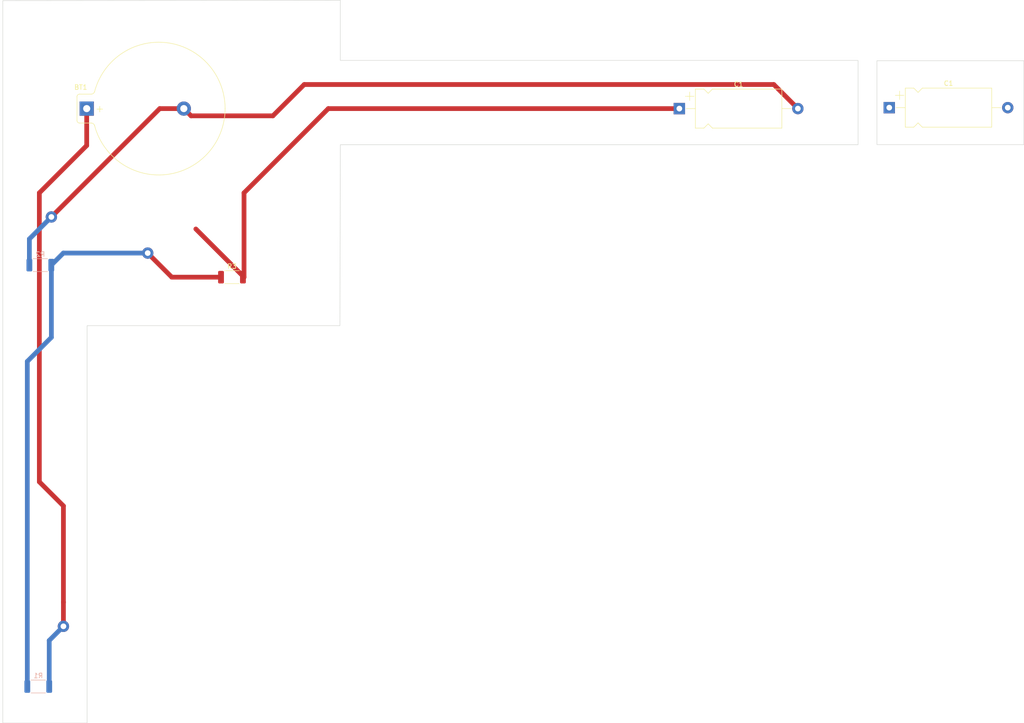
<source format=kicad_pcb>
(kicad_pcb (version 20221018) (generator pcbnew)
  (layers (0 "F.Cu" signal) (31 "B.Cu" signal) (34 "B.Paste" user) (35 "F.Paste" user) (36 "B.SilkS" user "B.Silkscreen") (37 "F.SilkS" user "F.Silkscreen") (38 "B.Mask" user) (39 "F.Mask" user) (44 "Edge.Cuts" user))
  (net 0 "")
  (net 1 "Net-(BT1-Pad1)")
  (net 2 "Net-(BT1-Pad2)")
  (net 3 "Net-(C1-Pad1)")
  (net 4 "Net-(R1-Pad2)")
  (footprint "Capacitor_THT:CP_Axial_L18.0mm_D8.0mm_P25.00mm_Horizontal" (layer "F.Cu") (at 185.82 50.8)
    (fp_text reference "C1" (at 12.5 -5.12) (layer "F.SilkS"))
    (fp_text value "C")
    (fp_line (start 1.28 -2.6) (end 3.08 -2.6) (stroke (width 0.12)) (layer "F.SilkS"))
    (fp_line (start 1.44 0) (end 3.38 0) (stroke (width 0.12)) (layer "F.SilkS"))
    (fp_line (start 2.18 -3.5) (end 2.18 -1.7) (stroke (width 0.12)) (layer "F.SilkS"))
    (fp_line (start 3.38 -4.12) (end 3.38 4.12) (stroke (width 0.12)) (layer "F.SilkS"))
    (fp_line (start 3.38 -4.12) (end 5.18 -4.12) (stroke (width 0.12)) (layer "F.SilkS"))
    (fp_line (start 3.38 4.12) (end 5.18 4.12) (stroke (width 0.12)) (layer "F.SilkS"))
    (fp_line (start 5.18 -4.12) (end 6.08 -3.22) (stroke (width 0.12)) (layer "F.SilkS"))
    (fp_line (start 5.18 4.12) (end 6.08 3.22) (stroke (width 0.12)) (layer "F.SilkS"))
    (fp_line (start 6.08 -3.22) (end 6.98 -4.12) (stroke (width 0.12)) (layer "F.SilkS"))
    (fp_line (start 6.08 3.22) (end 6.98 4.12) (stroke (width 0.12)) (layer "F.SilkS"))
    (fp_line (start 6.98 -4.12) (end 21.62 -4.12) (stroke (width 0.12)) (layer "F.SilkS"))
    (fp_line (start 6.98 4.12) (end 21.62 4.12) (stroke (width 0.12)) (layer "F.SilkS"))
    (fp_line (start 21.62 -4.12) (end 21.62 4.12) (stroke (width 0.12)) (layer "F.SilkS"))
    (fp_line (start 23.56 0) (end 21.62 0) (stroke (width 0.12)) (layer "F.SilkS"))
    (pad "1" thru_hole rect (at 0 0) (size 2.4 2.4) (drill 1.2) (layers "*.Cu" "*.Mask") (net 3 "Net-(C1-Pad1)"))
    (pad "2" thru_hole oval (at 25 0) (size 2.4 2.4) (drill 1.2) (layers "*.Cu" "*.Mask") (net 2 "Net-(BT1-Pad2)"))
  )
  (footprint "Capacitor_THT:CP_Axial_L18.0mm_D8.0mm_P25.00mm_Horizontal" (layer "F.Cu") (at 230.1 50.6)
    (fp_text reference "C1" (at 12.5 -5.12) (layer "F.SilkS"))
    (fp_text value "C")
    (fp_line (start 1.28 -2.6) (end 3.08 -2.6) (stroke (width 0.12)) (layer "F.SilkS"))
    (fp_line (start 1.44 0) (end 3.38 0) (stroke (width 0.12)) (layer "F.SilkS"))
    (fp_line (start 2.18 -3.5) (end 2.18 -1.7) (stroke (width 0.12)) (layer "F.SilkS"))
    (fp_line (start 3.38 -4.12) (end 3.38 4.12) (stroke (width 0.12)) (layer "F.SilkS"))
    (fp_line (start 3.38 -4.12) (end 5.18 -4.12) (stroke (width 0.12)) (layer "F.SilkS"))
    (fp_line (start 3.38 4.12) (end 5.18 4.12) (stroke (width 0.12)) (layer "F.SilkS"))
    (fp_line (start 5.18 -4.12) (end 6.08 -3.22) (stroke (width 0.12)) (layer "F.SilkS"))
    (fp_line (start 5.18 4.12) (end 6.08 3.22) (stroke (width 0.12)) (layer "F.SilkS"))
    (fp_line (start 6.08 -3.22) (end 6.98 -4.12) (stroke (width 0.12)) (layer "F.SilkS"))
    (fp_line (start 6.08 3.22) (end 6.98 4.12) (stroke (width 0.12)) (layer "F.SilkS"))
    (fp_line (start 6.98 -4.12) (end 21.62 -4.12) (stroke (width 0.12)) (layer "F.SilkS"))
    (fp_line (start 6.98 4.12) (end 21.62 4.12) (stroke (width 0.12)) (layer "F.SilkS"))
    (fp_line (start 21.62 -4.12) (end 21.62 4.12) (stroke (width 0.12)) (layer "F.SilkS"))
    (fp_line (start 23.56 0) (end 21.62 0) (stroke (width 0.12)) (layer "F.SilkS"))
    (pad "1" thru_hole rect (at 0 0) (size 2.4 2.4) (drill 1.2) (layers "*.Cu" "*.Mask"))
    (pad "2" thru_hole oval (at 25 0) (size 2.4 2.4) (drill 1.2) (layers "*.Cu" "*.Mask"))
  )
  (footprint "Resistor_SMD:R_2010_5025Metric" (layer "F.Cu") (at 91.44 86.36)
    (fp_text reference "R3" (at 0 -2.28) (layer "F.SilkS"))
    (fp_text value "R")
    (fp_line (start -1.527064 -1.36) (end 1.527064 -1.36) (stroke (width 0.12)) (layer "F.SilkS"))
    (fp_line (start -1.527064 1.36) (end 1.527064 1.36) (stroke (width 0.12)) (layer "F.SilkS"))
    (pad "1" smd roundrect (at -2.3125 0) (size 1.225 2.65) (layers "F.Cu" "F.Paste" "F.Mask") (roundrect_rratio 0.204082) (net 4 "Net-(R1-Pad2)"))
    (pad "2" smd roundrect (at 2.3125 0) (size 1.225 2.65) (layers "F.Cu" "F.Paste" "F.Mask") (roundrect_rratio 0.204082) (net 3 "Net-(C1-Pad1)"))
  )
  (footprint "Battery:BatteryHolder_Keystone_105_1x2430" (layer "F.Cu") (at 60.79 50.8)
    (fp_text reference "BT1" (at -1.25 -4.5) (layer "F.SilkS"))
    (fp_text value "Battery_Cell")
    (fp_text user "+" (at 2.75 0) (layer "F.SilkS") (effects (font (size 1.5 1.5))))
    (fp_line (start -2.05 -2.5) (end -2.05 2.5) (stroke (width 0.12)) (layer "F.SilkS"))
    (fp_line (start -1.5 3.05) (end 0.95 3.05) (stroke (width 0.12)) (layer "F.SilkS"))
    (fp_line (start 0.95 -3.05) (end -1.5 -3.05) (stroke (width 0.12)) (layer "F.SilkS"))
    (fp_arc (start -2.05 -2.5) (mid -1.888909 -2.888909) (end -1.5 -3.05) (stroke (width 0.12)) (layer "F.SilkS"))
    (fp_arc (start -1.5 3.05) (mid -1.888909 2.888909) (end -2.05 2.5) (stroke (width 0.12)) (layer "F.SilkS"))
    (fp_arc (start 0.95 3.05) (mid 1.380182 3.185636) (end 1.654769 3.543485) (stroke (width 0.12)) (layer "F.SilkS"))
    (fp_arc (start 1.65 -3.52) (mid 16.981862 -13.885887) (end 29.199738 0.015231) (stroke (width 0.12)) (layer "F.SilkS"))
    (fp_arc (start 1.654769 -3.543485) (mid 1.380182 -3.185636) (end 0.95 -3.05) (stroke (width 0.12)) (layer "F.SilkS"))
    (fp_arc (start 29.199738 -0.015231) (mid 16.981862 13.885887) (end 1.65 3.52) (stroke (width 0.12)) (layer "F.SilkS"))
    (pad "1" thru_hole rect (at 0 0) (size 3 3) (drill 1.5) (layers "*.Cu" "*.Mask") (net 1 "Net-(BT1-Pad1)"))
    (pad "2" thru_hole circle (at 20.49 0) (size 3 3) (drill 1.5) (layers "*.Cu" "*.Mask") (net 2 "Net-(BT1-Pad2)"))
  )
  (footprint "Resistor_SMD:R_2010_5025Metric" (layer "B.Cu") (at 51.01 83.82 180)
    (fp_text reference "R2" (at 0 2.28) (layer "B.SilkS") (effects (justify mirror)))
    (fp_text value "R")
    (fp_line (start -1.527064 -1.36) (end 1.527064 -1.36) (stroke (width 0.12)) (layer "B.SilkS"))
    (fp_line (start -1.527064 1.36) (end 1.527064 1.36) (stroke (width 0.12)) (layer "B.SilkS"))
    (pad "1" smd roundrect (at -2.3125 0 180) (size 1.225 2.65) (layers "B.Cu" "B.Paste" "B.Mask") (roundrect_rratio 0.204082) (net 4 "Net-(R1-Pad2)"))
    (pad "2" smd roundrect (at 2.3125 0 180) (size 1.225 2.65) (layers "B.Cu" "B.Paste" "B.Mask") (roundrect_rratio 0.204082) (net 2 "Net-(BT1-Pad2)"))
  )
  (footprint "Resistor_SMD:R_2010_5025Metric" (layer "B.Cu") (at 50.5725 172.72 180)
    (fp_text reference "R1" (at 0 2.28) (layer "B.SilkS") (effects (justify mirror)))
    (fp_text value "R")
    (fp_line (start -1.527064 -1.36) (end 1.527064 -1.36) (stroke (width 0.12)) (layer "B.SilkS"))
    (fp_line (start -1.527064 1.36) (end 1.527064 1.36) (stroke (width 0.12)) (layer "B.SilkS"))
    (pad "1" smd roundrect (at -2.3125 0 180) (size 1.225 2.65) (layers "B.Cu" "B.Paste" "B.Mask") (roundrect_rratio 0.204082) (net 1 "Net-(BT1-Pad1)"))
    (pad "2" smd roundrect (at 2.3125 0 180) (size 1.225 2.65) (layers "B.Cu" "B.Paste" "B.Mask") (roundrect_rratio 0.204082) (net 4 "Net-(R1-Pad2)"))
  )
  (gr_poly (pts (xy 114.3 27.94) (xy 114.3 40.64) (xy 223.52 40.64) (xy 223.52 58.42) (xy 114.3 58.42) (xy 114.21314 96.596332) (xy 60.87314 96.596332) (xy 60.87314 180.416332) (xy 43.09314 180.416332) (xy 43.09314 28.016332)) (stroke (width 0.1)) (fill none) (layer "Edge.Cuts"))
  (gr_rect (start 227.5 40.7) (end 258.5 58.4) (stroke (width 0.1)) (fill none) (layer "Edge.Cuts"))
  (segment (start 60.79 50.8) (end 60.79 58.59) (width 1) (layer "F.Cu") (net 1))
  (segment (start 55.88 134.62) (end 55.88 154.94) (width 1) (layer "F.Cu") (net 1))
  (segment (start 60.79 58.59) (end 50.8 68.58) (width 1) (layer "F.Cu") (net 1))
  (segment (start 50.8 68.58) (end 50.8 129.54) (width 1) (layer "F.Cu") (net 1))
  (segment (start 50.8 129.54) (end 55.88 134.62) (width 1) (layer "F.Cu") (net 1))
  (segment (start 55.88 154.94) (end 55.88 160.02) (width 1) (layer "F.Cu") (net 1))
  (via (at 55.88 160.02) (size 2.4) (drill 1.2) (layers "F.Cu" "B.Cu") (net 1))
  (segment (start 52.885 163.015) (end 55.88 160.02) (width 1) (layer "B.Cu") (net 1))
  (segment (start 52.885 172.72) (end 52.885 163.015) (width 1) (layer "B.Cu") (net 1))
  (segment (start 53.34 73.66) (end 76.2 50.8) (width 1) (layer "F.Cu") (net 2))
  (segment (start 205.74 45.72) (end 210.82 50.8) (width 1) (layer "F.Cu") (net 2))
  (segment (start 106.68 45.72) (end 205.74 45.72) (width 1) (layer "F.Cu") (net 2))
  (segment (start 81.28 50.8) (end 82.805 52.325) (width 1) (layer "F.Cu") (net 2))
  (segment (start 82.805 52.325) (end 100.075 52.325) (width 1) (layer "F.Cu") (net 2))
  (segment (start 100.075 52.325) (end 106.68 45.72) (width 1) (layer "F.Cu") (net 2))
  (segment (start 76.2 50.8) (end 81.28 50.8) (width 1) (layer "F.Cu") (net 2))
  (via (at 53.34 73.66) (size 2.4) (drill 1.2) (layers "F.Cu" "B.Cu") (net 2))
  (segment (start 48.6975 83.82) (end 48.6975 78.3025) (width 1) (layer "B.Cu") (net 2))
  (segment (start 48.6975 78.3025) (end 53.34 73.66) (width 1) (layer "B.Cu") (net 2))
  (segment (start 93.98 86.36) (end 93.98 68.58) (width 1) (layer "F.Cu") (net 3))
  (segment (start 111.76 50.8) (end 185.82 50.8) (width 1) (layer "F.Cu") (net 3))
  (segment (start 93.98 68.58) (end 111.76 50.8) (width 1) (layer "F.Cu") (net 3))
  (segment (start 83.82 76.2) (end 93.98 86.36) (width 1) (layer "F.Cu") (net 3))
  (segment (start 78.74 86.36) (end 73.66 81.28) (width 1) (layer "F.Cu") (net 4))
  (segment (start 89.1275 86.36) (end 78.74 86.36) (width 1) (layer "F.Cu") (net 4))
  (via (at 73.66 81.28) (size 2.4) (drill 1.2) (layers "F.Cu" "B.Cu") (net 4))
  (segment (start 55.8625 81.28) (end 53.3225 83.82) (width 1) (layer "B.Cu") (net 4))
  (segment (start 53.3225 83.82) (end 53.34 83.8375) (width 1) (layer "B.Cu") (net 4))
  (segment (start 53.34 83.8375) (end 53.34 99.06) (width 1) (layer "B.Cu") (net 4))
  (segment (start 53.34 99.06) (end 48.26 104.14) (width 1) (layer "B.Cu") (net 4))
  (segment (start 48.26 104.14) (end 48.26 172.72) (width 1) (layer "B.Cu") (net 4))
  (segment (start 73.66 81.28) (end 55.8625 81.28) (width 1) (layer "B.Cu") (net 4))
)
</source>
